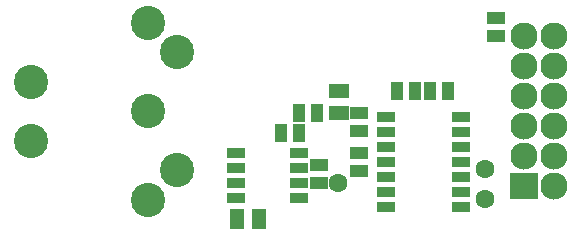
<source format=gbr>
G04 #@! TF.FileFunction,Soldermask,Top*
%FSLAX46Y46*%
G04 Gerber Fmt 4.6, Leading zero omitted, Abs format (unit mm)*
G04 Created by KiCad (PCBNEW 4.0.2+dfsg1-stable) date mer. 30 août 2017 19:27:24 CEST*
%MOMM*%
G01*
G04 APERTURE LIST*
%ADD10C,0.100000*%
%ADD11R,2.400000X2.300000*%
%ADD12C,2.300000*%
%ADD13R,1.543000X0.908000*%
%ADD14R,1.543000X1.035000*%
%ADD15R,1.035000X1.543000*%
%ADD16C,1.598880*%
%ADD17R,1.797000X1.289000*%
%ADD18C,2.900000*%
%ADD19R,1.289000X1.797000*%
G04 APERTURE END LIST*
D10*
D11*
X167309800Y-111350000D03*
D12*
X167309800Y-108810000D03*
X167309800Y-106270000D03*
X167309800Y-103730000D03*
X167309800Y-101190000D03*
X167309800Y-98650000D03*
X169849800Y-111350000D03*
X169849800Y-108810000D03*
X169849800Y-106270000D03*
X169849800Y-103730000D03*
X169849800Y-101190000D03*
X169849800Y-98650000D03*
D13*
X148323300Y-108508800D03*
X142989300Y-108508800D03*
X148323300Y-109778800D03*
X148323300Y-111048800D03*
X148323300Y-112318800D03*
X142989300Y-109778800D03*
X142989300Y-111048800D03*
X142989300Y-112318800D03*
D14*
X149987000Y-109524800D03*
X149987000Y-111048800D03*
X165011100Y-98653600D03*
X165011100Y-97129600D03*
D15*
X148288000Y-105175000D03*
X149812000Y-105175000D03*
D16*
X151574500Y-111048800D03*
D13*
X162026600Y-113080800D03*
X162026600Y-111810800D03*
X162026600Y-110540800D03*
X162026600Y-109270800D03*
X162026600Y-108000800D03*
X162026600Y-106730800D03*
X162026600Y-105460800D03*
X155676600Y-105460800D03*
X155676600Y-106730800D03*
X155676600Y-109270800D03*
X155676600Y-110540800D03*
X155676600Y-111810800D03*
X155676600Y-113080800D03*
X155676600Y-108000800D03*
D14*
X153377900Y-110032800D03*
X153377900Y-108508800D03*
D17*
X151676100Y-105156000D03*
X151676100Y-103251000D03*
D14*
X153377900Y-106680000D03*
X153377900Y-105156000D03*
D15*
X159372300Y-103301800D03*
X160896300Y-103301800D03*
X156565600Y-103301800D03*
X158089600Y-103301800D03*
D18*
X135500000Y-97500000D03*
X135500000Y-105000000D03*
X135500000Y-112500000D03*
X138000000Y-100000000D03*
X138000000Y-110000000D03*
X125600000Y-102500000D03*
X125600000Y-107500000D03*
D19*
X144932400Y-114109500D03*
X143027400Y-114109500D03*
D16*
X164007800Y-112433100D03*
X164007800Y-109893100D03*
D15*
X148287000Y-106825000D03*
X146763000Y-106825000D03*
M02*

</source>
